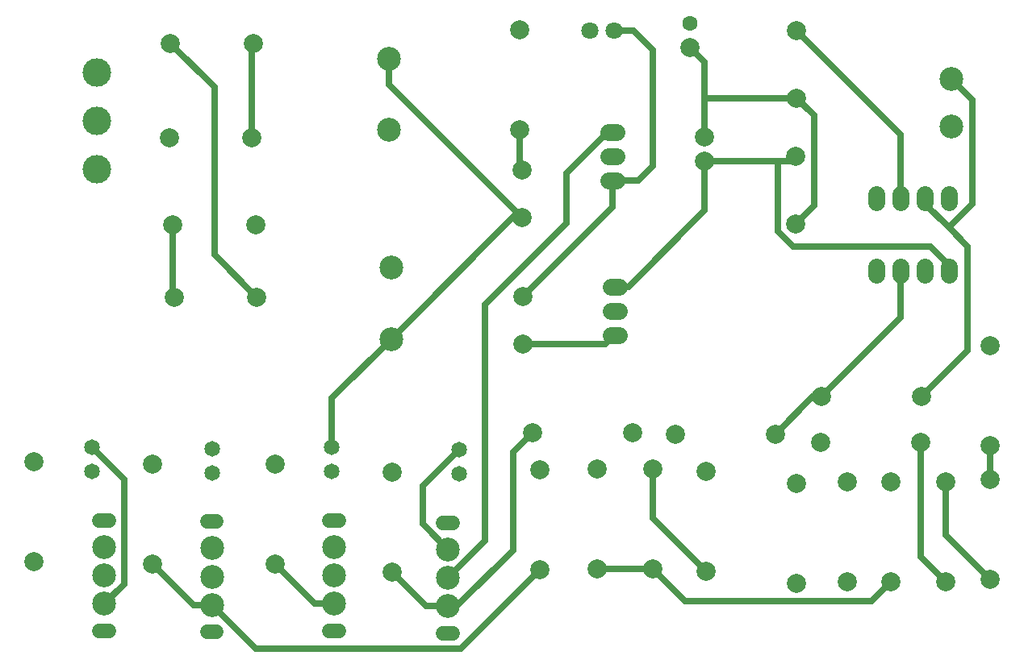
<source format=gbl>
G04 Layer: BottomLayer*
G04 EasyEDA v6.4.31, 2022-02-09 14:31:59*
G04 ad555750bb3e4896a058101514d61d8c,ad51392aa1584b92a576f04d086679f3,10*
G04 Gerber Generator version 0.2*
G04 Scale: 100 percent, Rotated: No, Reflected: No *
G04 Dimensions in millimeters *
G04 leading zeros omitted , absolute positions ,4 integer and 5 decimal *
%FSLAX45Y45*%
%MOMM*%

%ADD11C,0.7000*%
%ADD12C,2.0000*%
%ADD13C,1.6510*%
%ADD14C,2.5000*%
%ADD15C,1.8000*%
%ADD16C,1.6000*%
%ADD17C,3.0000*%
%ADD18C,1.5000*%

%LPD*%
D11*
X6972300Y-1033018D02*
G01*
X7556500Y-1033018D01*
X6294881Y393700D02*
G01*
X6096000Y194818D01*
X6096000Y-838200D01*
X5503925Y-1430273D01*
X5410200Y-1430273D01*
X5410200Y-830326D02*
G01*
X5143500Y-563626D01*
X5143500Y-165100D01*
X5524500Y215900D01*
X10668002Y2095500D02*
G01*
X10668002Y2153513D01*
X10474429Y2347087D01*
X9031251Y2347087D01*
X8869911Y2508427D01*
X8869911Y3251200D01*
X2498702Y4483100D02*
G01*
X2959102Y4022699D01*
X2959102Y2263800D01*
X3406802Y1816100D01*
X4813302Y1377594D02*
G01*
X4191002Y755294D01*
X4191002Y241300D01*
X6139461Y2703753D02*
G01*
X4813302Y1377594D01*
X4787902Y4324680D02*
G01*
X4787902Y4055313D01*
X5997475Y2845739D01*
X5997475Y2845714D01*
X6139461Y2703753D01*
X6139461Y2703753D02*
G01*
X6184902Y2658287D01*
X8102602Y3911600D02*
G01*
X9067802Y3911600D01*
X8102602Y3911600D02*
G01*
X8102602Y3505200D01*
X7950202Y4445000D02*
G01*
X8102602Y4292600D01*
X8102602Y3911600D01*
X1803402Y-1404899D02*
G01*
X2014628Y-1193672D01*
X2014628Y-96926D01*
X1676402Y241300D01*
X2524102Y2578100D02*
G01*
X2524102Y1828800D01*
X2536802Y1816100D01*
X7136919Y3048000D02*
G01*
X7136919Y2764104D01*
X6197602Y1824786D01*
X6184902Y3158286D02*
G01*
X6159502Y3183686D01*
X6159502Y3577081D01*
X10058402Y-1172718D02*
G01*
X9858402Y-1372717D01*
X7896202Y-1372717D01*
X7556502Y-1033018D01*
X11099802Y-1147318D02*
G01*
X10629902Y-677418D01*
X10629902Y-122707D01*
X4216402Y-1404899D02*
G01*
X4016783Y-1404899D01*
X3594102Y-982218D01*
X9330207Y774700D02*
G01*
X10160000Y1604492D01*
X10160000Y2095500D01*
X8843515Y381000D02*
G01*
X9237215Y774700D01*
X9330207Y774700D01*
X9067802Y4622800D02*
G01*
X10160002Y3530600D01*
X10160002Y2857500D01*
X11099802Y-97307D02*
G01*
X11099802Y262381D01*
X10629902Y-1172718D02*
G01*
X10367520Y-910336D01*
X10367520Y292100D01*
X5410202Y-1430299D02*
G01*
X5185183Y-1430299D01*
X4826002Y-1071118D01*
X6375402Y-1045718D02*
G01*
X5545178Y-1875942D01*
X3392045Y-1875942D01*
X2933702Y-1417599D01*
X2933702Y-1417599D02*
G01*
X2746783Y-1417599D01*
X2311402Y-982218D01*
X10667875Y2548839D02*
G01*
X10414002Y2802686D01*
X10414002Y2857500D01*
X10380218Y774700D02*
G01*
X10865309Y1259791D01*
X10865309Y2351379D01*
X10667875Y2548836D01*
X10693402Y4111244D02*
G01*
X10914611Y3890035D01*
X10914611Y2795574D01*
X10667875Y2548839D01*
X8869911Y3251200D02*
G01*
X9004302Y3251200D01*
X9055102Y3302000D01*
X8102602Y3251200D02*
G01*
X8869911Y3251200D01*
X7150100Y4622800D02*
G01*
X7353300Y4622800D01*
X7556500Y4419600D01*
X7556500Y3200400D01*
X7404100Y3048000D01*
X7136917Y3048000D01*
X7162319Y1422374D02*
G01*
X7064733Y1324787D01*
X6197602Y1324787D01*
X7556502Y16992D02*
G01*
X7556502Y-499618D01*
X8115302Y-1058418D01*
X9067802Y3911600D02*
G01*
X9250098Y3729304D01*
X9250098Y2785795D01*
X9055102Y2590800D01*
X8102600Y3251200D02*
G01*
X8102600Y2730500D01*
X7302500Y1930400D01*
X7163308Y1930400D01*
X5410202Y-1130300D02*
G01*
X5798517Y-741984D01*
X5798517Y1742770D01*
X6653405Y2597657D01*
X6653405Y3122269D01*
X7087161Y3556025D01*
X7137910Y3556025D01*
X3368702Y4483100D02*
G01*
X3356002Y4470400D01*
X3356002Y3492500D01*
D12*
G01*
X1066800Y93192D03*
G01*
X1066800Y-956818D03*
G01*
X2311400Y67792D03*
G01*
X2311400Y-982218D03*
G01*
X3594100Y67792D03*
G01*
X3594100Y-982218D03*
G01*
X4826000Y-21107D03*
G01*
X4826000Y-1071118D03*
D13*
G01*
X5524500Y-38100D03*
G01*
X5524500Y215900D03*
G01*
X4191000Y-12700D03*
G01*
X4191000Y241300D03*
G01*
X2933700Y-25400D03*
G01*
X2933700Y228600D03*
G01*
X1676400Y-12700D03*
G01*
X1676400Y241300D03*
D12*
G01*
X2536799Y1816100D03*
G01*
X3406800Y1816100D03*
G01*
X2524099Y2578100D03*
G01*
X3394100Y2578100D03*
G01*
X2485999Y3492500D03*
G01*
X3356000Y3492500D03*
G01*
X2498699Y4483100D03*
G01*
X3368700Y4483100D03*
G01*
X6197600Y1824786D03*
G01*
X6197600Y1324787D03*
D14*
G01*
X4813300Y1377594D03*
G01*
X4813300Y2127580D03*
D12*
G01*
X6159500Y3577081D03*
G01*
X6159500Y4627092D03*
G01*
X11099800Y1312392D03*
G01*
X11099800Y262381D03*
G01*
X9317507Y292100D03*
G01*
X10367518Y292100D03*
G01*
X10629900Y-1172718D03*
G01*
X10629900Y-122707D03*
G01*
X11099800Y-97307D03*
G01*
X11099800Y-1147318D03*
G01*
X6375400Y-1045718D03*
G01*
X6375400Y4292D03*
G01*
X6972300Y16992D03*
G01*
X6972300Y-1033018D03*
G01*
X7793507Y381000D03*
G01*
X8843518Y381000D03*
G01*
X8115300Y-1058418D03*
G01*
X8115300Y-8407D03*
G01*
X10058400Y-122707D03*
G01*
X10058400Y-1172718D03*
G01*
X9601200Y-1172718D03*
G01*
X9601200Y-122707D03*
G01*
X9067800Y-135407D03*
G01*
X9067800Y-1185418D03*
G01*
X7556500Y-1033018D03*
G01*
X7556500Y16992D03*
G01*
X6294907Y393700D03*
G01*
X7344918Y393700D03*
D15*
G01*
X7150100Y4622800D03*
G01*
X6896100Y4622800D03*
D12*
G01*
X9055100Y3302000D03*
G01*
X9055100Y2590800D03*
G01*
X9067800Y3911600D03*
G01*
X9067800Y4622800D03*
G01*
X8102600Y3505200D03*
G01*
X8102600Y3251200D03*
D16*
G01*
X7950200Y4699000D03*
D12*
G01*
X7950200Y4445000D03*
G01*
X6184900Y2658287D03*
G01*
X6184900Y3158286D03*
D14*
G01*
X4787900Y3574694D03*
G01*
X4787900Y4324680D03*
G01*
X1803400Y-1404899D03*
G01*
X1803400Y-1104900D03*
G01*
X1803400Y-804900D03*
G01*
X2933700Y-1417599D03*
G01*
X2933700Y-1117600D03*
G01*
X2933700Y-817600D03*
G01*
X4216400Y-1404899D03*
G01*
X4216400Y-1104900D03*
G01*
X4216400Y-804900D03*
G01*
X5410200Y-1430299D03*
G01*
X5410200Y-1130300D03*
G01*
X5410200Y-830300D03*
G01*
X10693400Y4111244D03*
G01*
X10693400Y3610355D03*
D12*
G01*
X9330207Y774700D03*
G01*
X10380218Y774700D03*
D17*
G01*
X1727200Y4178300D03*
G01*
X1727200Y3670300D03*
G01*
X1727200Y3162300D03*
D15*
X7122317Y1676374D02*
G01*
X7202317Y1676374D01*
X7123308Y1930400D02*
G01*
X7203307Y1930400D01*
X7122317Y1422374D02*
G01*
X7202317Y1422374D01*
X9906000Y2135499D02*
G01*
X9906000Y2055500D01*
X10160000Y2055500D02*
G01*
X10160000Y2135499D01*
X10414000Y2055500D02*
G01*
X10414000Y2135499D01*
X10668000Y2055500D02*
G01*
X10668000Y2135499D01*
X9906000Y2817500D02*
G01*
X9906000Y2897499D01*
X10160000Y2817500D02*
G01*
X10160000Y2897499D01*
X10414000Y2817500D02*
G01*
X10414000Y2897499D01*
X10668000Y2817500D02*
G01*
X10668000Y2897499D01*
D18*
X1853399Y-1684909D02*
G01*
X1753400Y-1684909D01*
X1853399Y-524890D02*
G01*
X1753400Y-524890D01*
X2983699Y-1697609D02*
G01*
X2883700Y-1697609D01*
X2983699Y-537590D02*
G01*
X2883700Y-537590D01*
X4266399Y-1684909D02*
G01*
X4166400Y-1684909D01*
X4266399Y-524890D02*
G01*
X4166400Y-524890D01*
X5460199Y-1710309D02*
G01*
X5360200Y-1710309D01*
X5460199Y-550290D02*
G01*
X5360200Y-550290D01*
D15*
X7096917Y3302000D02*
G01*
X7176917Y3302000D01*
X7097908Y3556025D02*
G01*
X7177907Y3556025D01*
X7096917Y3048000D02*
G01*
X7176917Y3048000D01*
M02*

</source>
